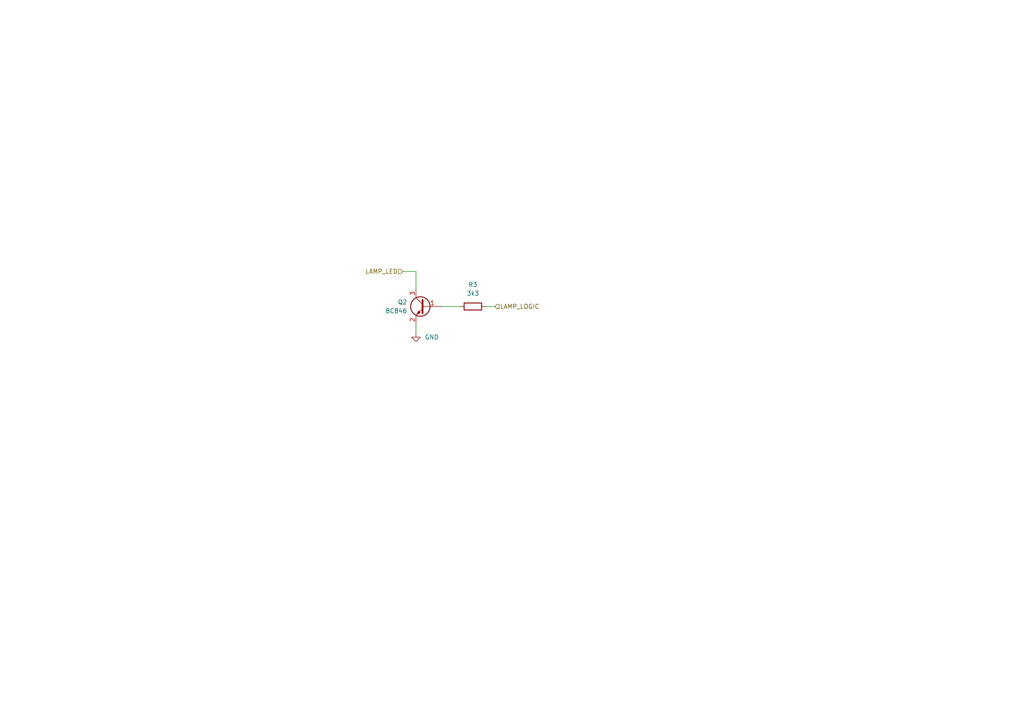
<source format=kicad_sch>
(kicad_sch (version 20250114) (generator "eeschema") (generator_version "9.0")
  (paper "A4")
  (title_block (title "ESP32 ETH relay hat") (date "2025-09-17") (rev "1") (company "Design by Magnus"))
  (lib_symbols
    (symbol "Device:Q_NPN_BEC" (pin_names (offset 0) (hide yes))
      (property "Reference" "Q" (at 5.08 1.27 0))
      (property "Value" "Q_NPN_BEC" (at 5.08 -1.27 0))
      (symbol "Q_NPN_BEC_0_1"
        (polyline (pts (xy 0.635 1.905) (xy 0.635 -1.905) (xy 0.635 -1.905)) (stroke (width 0.508)))
        (polyline (pts (xy 0.635 0.635) (xy 2.54 2.54)))
        (polyline (pts (xy 0.635 -0.635) (xy 2.54 -2.54) (xy 2.54 -2.54)))
        (circle (center 1.27 0) (radius 2.8194) (stroke (width 0.254)))
        (polyline (pts (xy 1.27 -1.778) (xy 1.778 -1.27) (xy 2.286 -2.286) (xy 1.27 -1.778) (xy 1.27 -1.778)) (fill (type outline)))
      )
      (symbol "Q_NPN_BEC_1_1"
        (pin input line (at -5.08 0 0) (length 5.715) (name "B") (number "1"))
        (pin passive line (at 2.54 5.08 270) (length 2.54) (name "C") (number "3"))
        (pin passive line (at 2.54 -5.08 90) (length 2.54) (name "E") (number "2"))
      )
    )
    (symbol "Device:R" (pin_numbers (hide yes)) (pin_names (offset 0))
      (property "Reference" "R" (at 2.032 0 90))
      (property "Value" "R" (at 0 0 90))
      (symbol "R_0_1"
        (rectangle (start -1.016 -2.54) (end 1.016 2.54) (stroke (width 0.254)))
      )
      (symbol "R_1_1"
        (pin passive line (at 0 3.81 270) (length 1.27) (name "~") (number "1"))
        (pin passive line (at 0 -3.81 90) (length 1.27) (name "~") (number "2"))
      )
    )
    (symbol "power:GND" (power) (pin_numbers (hide yes)) (pin_names (offset 0) (hide yes))
      (property "Value" "GND" (at 0 -3.81 0))
      (symbol "GND_0_1"
        (polyline (pts (xy 0 0) (xy 0 -1.27) (xy 1.27 -1.27) (xy 0 -2.54) (xy -1.27 -1.27) (xy 0 -1.27)))
      )
      (symbol "GND_1_1"
        (pin power_in line (at 0 0 270) (length 0) (name "~") (number "1"))
      )
    )
  )
  (wire (pts (xy 120.65 93.98) (xy 120.65 96.52)))
  (wire (pts (xy 128.27 88.9) (xy 133.35 88.9)))
  (wire (pts (xy 120.65 83.82) (xy 120.65 78.74)))
  (wire (pts (xy 140.97 88.9) (xy 143.51 88.9)))
  (wire (pts (xy 120.65 78.74) (xy 116.84 78.74)))
  (hierarchical_label "LAMP_LED" (shape input) (at 116.84 78.74 180))
  (hierarchical_label "LAMP_LOGIC" (shape input) (at 143.51 88.9 0))
  (symbol (lib_id "Device:Q_NPN_BEC") (at 123.19 88.9 0) (mirror y) (unit 1)
    (property "Reference" "Q1" (at 118.11 87.6299 0) (effects (justify left)))
    (property "Value" "BC846" (at 118.11 90.1699 0) (effects (justify left)))
    (property "Footprint" "Package_TO_SOT_SMD:SOT-23_Handsoldering" (effects (hide yes)))
    (instances (project "esp32-eth-relay-hat" (path "" (reference "Q2") (unit 1)) (path "" (reference "Q1") (unit 1))))
  )
  (symbol (lib_id "Device:R") (at 137.16 88.9 270) (unit 1)
    (property "Reference" "R2" (at 137.16 82.55 90))
    (property "Value" "3k3" (at 137.16 85.09 90))
    (property "Footprint" "Resistor_SMD:R_0603_1608Metric_Pad0.98x0.95mm_HandSolder" (effects (hide yes)))
    (instances (project "esp32-eth-relay-hat" (path "" (reference "R3") (unit 1)) (path "" (reference "R2") (unit 1))))
  )
  (symbol (lib_id "power:GND") (at 120.65 96.52 0) (unit 1)
    (property "Reference" "#PWR0113" (effects (hide yes)))
    (property "Value" "GND" (at 123.19 97.7899 0) (effects (justify left)))
    (property "Description" "Power symbol creates a global label with name \"GND\" , ground" (effects (hide yes)))
    (instances (project "esp32-eth-relay-hat" (path "" (reference "#PWR02") (unit 1)) (path "" (reference "#PWR0113") (unit 1))))
  )
)
</source>
